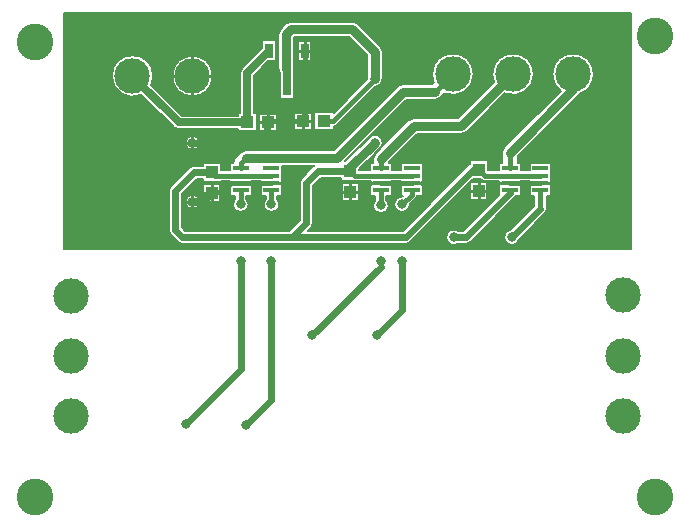
<source format=gbr>
G04 DesignSpark PCB Gerber Version 9.0 Build 5138 *
G04 #@! TF.Part,Single*
G04 #@! TF.FileFunction,Copper,L1,Top *
G04 #@! TF.FilePolarity,Positive *
%FSLAX35Y35*%
%MOIN*%
G04 #@! TA.AperFunction,SMDPad,CuDef*
%ADD127R,0.02700X0.05000*%
%ADD128R,0.02700X0.17500*%
%ADD132R,0.03937X0.04291*%
G04 #@! TD.AperFunction*
%ADD12C,0.00500*%
%ADD76C,0.01000*%
%ADD25C,0.01500*%
%ADD21C,0.01575*%
%ADD124C,0.02362*%
%ADD23C,0.02520*%
%ADD11C,0.03150*%
G04 #@! TA.AperFunction,ViaPad*
%ADD125C,0.03189*%
G04 #@! TA.AperFunction,ComponentPad*
%ADD129C,0.11811*%
G04 #@! TA.AperFunction,WasherPad*
%ADD126C,0.12205*%
G04 #@! TA.AperFunction,SMDPad,CuDef*
%ADD130R,0.05200X0.01575*%
%ADD131R,0.04291X0.03937*%
X0Y0D02*
D02*
D11*
X81746Y123557D02*
X112061D01*
X134108Y145604*
X144817*
X116392Y120407D02*
X124659Y128675D01*
Y149856D02*
Y158911D01*
X117179Y166392*
X96707*
X95132Y164817*
Y153252*
X126687Y123222D02*
X137652Y134187D01*
X153478*
X170722Y151431*
X169600Y125270D02*
X190722Y146392D01*
Y151431*
D02*
D12*
X21116Y171766D02*
Y93163D01*
X210093*
Y171766*
X21116*
X87037Y162843D02*
X91809D01*
Y155768*
X89135*
X84382Y151015*
Y138394*
X85268*
Y132382*
X78902*
Y133091*
X59307*
G75*
G02X57681Y133763I-2J2298*
G01*
X46861Y144583*
G75*
G02X36909Y150841I-3008J6257*
G01*
G75*
G02X50795I6943*
G01*
G75*
G02X50109Y147832I-6943J0*
G01*
X60257Y137685*
X78902*
Y138394*
X79787*
Y151967*
G75*
G02X80460Y153591I2297*
G01*
X87037Y160168*
Y162843*
X86098Y138197D02*
X92071D01*
Y132579*
X86098*
Y138197*
X61417Y128596D02*
G75*
G02X66287I2435D01*
G01*
G75*
G02X61417I-2435*
G01*
X183780Y151431D02*
G75*
G02X197665I6943D01*
G01*
G75*
G02X192798Y144806I-6943*
G01*
G75*
G02X192567Y144543I-2073J1586*
G01*
X172213Y124188*
Y121858*
X173238*
Y119496*
X176199*
Y121858*
X183474*
Y115846*
X183278*
Y114555*
X183474*
Y110906*
X182055*
Y106608*
G75*
G02X181406Y105039I-2219J0*
G01*
X172899Y96533*
G75*
G02X167697Y97100I-2570J567*
G01*
G75*
G02X169761Y99670I2632*
G01*
X177618Y107527*
Y110906*
X176199*
Y114555*
X176396*
Y115846*
X173041*
Y114555*
X173238*
Y110906*
X171661*
G75*
G02X171169Y110157I-2061J820*
G01*
X156543Y95531*
G75*
G02X154972Y94882I-1569J1569*
G01*
X152454*
G75*
G02X148406Y97100I-1416J2219*
G01*
G75*
G02X152454Y99319I2632*
G01*
X154056*
X165963Y111226*
Y114555*
X166159*
Y115846*
X161211*
G75*
G02X159920Y116381J1825*
G01*
X159907Y116394*
X157326*
X136465Y95531*
G75*
G02X134893Y94882I-1569J1569*
G01*
X60489*
G75*
G02X58917Y95531I-3J2219*
G01*
X56555Y97894*
G75*
G02X55906Y99463I1569J1569*
G01*
Y112455*
G75*
G02X56555Y114024I2219J0*
G01*
X62890Y120358*
G75*
G02X64461Y121008I1569J-1569*
G01*
X67323*
Y121972*
X73335*
Y119496*
X76297*
Y121858*
X77325*
G75*
G02X78088Y123593I2610J-112*
G01*
X79899Y125404*
G75*
G02X81750Y126169I1847J-1847*
G01*
X110979*
X132259Y147449*
G75*
G02X134108Y148217I1849J-1845*
G01*
X143735*
X144248Y148730*
G75*
G02X143701Y151431I6396J2702*
G01*
G75*
G02X157587I6943*
G01*
G75*
G02X147942Y145035I-6943*
G01*
X146666Y143759*
G75*
G02X144817Y142992I-1849J1845*
G01*
X135190*
X114564Y122366*
X114656*
X122585Y130295*
G75*
G02X127291Y128675I2074J-1620*
G01*
G75*
G02X126280Y126601I-2632J0*
G01*
X119398Y119719*
Y119496*
X123049*
Y121858*
X124075*
Y123222*
G75*
G02X124842Y125072I2612*
G01*
X135802Y136032*
G75*
G02X137652Y136799I1849J-1845*
G01*
X152396*
X164327Y148730*
G75*
G02X163780Y151431I6396J2702*
G01*
G75*
G02X177665I6943*
G01*
G75*
G02X168021Y145035I-6943*
G01*
X155328Y132342*
G75*
G02X153478Y131575I-1849J1845*
G01*
X138733*
X129299Y122141*
Y121858*
X130325*
Y119496*
X133285*
Y121858*
X140561*
Y115846*
X140364*
Y114555*
X140561*
Y110906*
X138697*
G75*
G02X138213Y110043I-1774J428*
G01*
X136346Y108175*
G75*
G02X136346Y108124I-2635J-46*
G01*
G75*
G02X131083I-2632*
G01*
G75*
G02X133765Y110756I2632*
G01*
X133915Y110906*
X133285*
Y114555*
X133482*
Y115846*
X130128*
Y114555*
X130325*
Y110906*
X128512*
Y109627*
G75*
G02X129319Y107730I-1825J-1896*
G01*
G75*
G02X124055I-2632*
G01*
G75*
G02X124862Y109627I2632*
G01*
Y110906*
X123049*
Y114555*
X123246*
Y115846*
X117904*
G75*
G02X117171Y116000I0J1825*
G01*
X113386*
Y116929*
X106681*
X104043Y114292*
Y101825*
G75*
G02X103394Y100256I-2219J0*
G01*
X102456Y99319*
X133977*
X155803Y121146*
G75*
G02X156299Y121519I1568J-1570*
G01*
Y122760*
X162311*
Y119496*
X165963*
Y121858*
X166988*
Y125270*
G75*
G02X167756Y127119I2612*
G01*
X186532Y145895*
G75*
G02X183780Y151431I4191J5536*
G01*
X113583Y115169D02*
X119201D01*
Y109197*
X113583*
Y115169*
X156496Y115563D02*
X162114D01*
Y109591*
X156496*
Y115563*
X57106Y150841D02*
G75*
G02X70598I6746D01*
G01*
G75*
G02X57106I-6746*
G01*
X127272Y150178D02*
G75*
G02X124609Y147225I-2612J-321D01*
G01*
X111875Y134491*
G75*
G02X110870Y133979I-1291J1290*
G01*
Y132776*
X104504*
Y138787*
X110870*
Y138648*
X122028Y149806*
G75*
G02X122028Y149856I2635J46*
G01*
G75*
G02X122047Y150178I2631*
G01*
Y157830*
X116097Y163780*
X97789*
X97744Y163735*
Y154050*
G75*
G02X97715Y151991I-2416J-995*
G01*
Y143268*
X92943*
Y151826*
G75*
G02X92520Y153252I2189J1426*
G01*
Y164813*
G75*
G02Y164816I1172J2*
G01*
G75*
G02Y164817I1354J1*
G01*
G75*
G02X93285Y166664I2612J0*
G01*
X94859Y168239*
G75*
G02X96711Y169004I1847J-1847*
G01*
X117179*
G75*
G02X119028Y168237J-2612*
G01*
X126504Y160761*
G75*
G02X127272Y158911I-1845J-1849*
G01*
Y150178*
X99045Y162646D02*
X103423D01*
Y155965*
X99045*
Y162646*
X97701Y138591D02*
X103673D01*
Y132972*
X97701*
Y138591*
X21366Y112183D02*
G36*
Y93413D01*
X209843*
Y112183*
X183474*
Y110906*
X182055*
Y106608*
G75*
G02X181406Y105039I-2219*
G01*
X172899Y96533*
G75*
G02X167697Y97100I-2570J568*
G01*
Y97101*
G75*
G02X169761Y99670I2631*
G01*
X177618Y107527*
Y110906*
X176199*
Y112183*
X173238*
Y110906*
X171661*
G75*
G02X171169Y110157I-2057J817*
G01*
X156543Y95531*
G75*
G02X154972Y94882I-1568J1568*
G01*
X152454*
G75*
G02X148406Y97100I-1416J2219*
G01*
G75*
G02X152454Y99319I2632*
G01*
X154056*
X165963Y111226*
Y112183*
X162114*
Y109591*
X156496*
Y112183*
X153116*
X136465Y95531*
G75*
G02X134893Y94882I-1568J1568*
G01*
X60489*
G75*
G02X58917Y95531I-4J2218*
G01*
X56555Y97894*
G75*
G02X55906Y99463I1570J1569*
G01*
Y112183*
X21366*
G37*
X103394Y100256D02*
G36*
X102456Y99319D01*
X133977*
X146841Y112183*
X140561*
Y110906*
X138697*
G75*
G02X138213Y110043I-1773J427*
G01*
X136346Y108175*
G75*
G02X136346Y108137I-1617J-36*
G01*
G75*
G02Y108124I-1650J-6*
G01*
G75*
G02X131083I-2632*
G01*
G75*
G02X133765Y110756I2632J0*
G01*
X133915Y110906*
X133285*
Y112183*
X130325*
Y110906*
X128512*
Y109627*
G75*
G02X129319Y107730I-1824J-1896*
G01*
G75*
G02X124055I-2632*
G01*
G75*
G02X124862Y109627I2631*
G01*
Y110906*
X123049*
Y112183*
X119201*
Y109197*
X113583*
Y112183*
X104043*
Y101825*
G75*
G02X103394Y100256I-2219*
G01*
G37*
X21366Y128596D02*
G36*
Y112183D01*
X55906*
Y112455*
G75*
G02X56555Y114024I2219*
G01*
X62890Y120358*
G75*
G02X64461Y121008I1568J-1568*
G01*
X67323*
Y121972*
X73335*
Y119496*
X76297*
Y121858*
X77325*
G75*
G02X78088Y123593I2612J-113*
G01*
X79899Y125404*
G75*
G02X81750Y126169I1848J-1849*
G01*
X110979*
X113406Y128596*
X66287*
G75*
G02X61417I-2435*
G01*
X21366*
G37*
X104043Y114292D02*
G36*
Y112183D01*
X113583*
Y115169*
X119201*
Y112183*
X123049*
Y114555*
X123246*
Y115846*
X117904*
G75*
G02X117171Y116000I-2J1818*
G01*
X113386*
Y116929*
X106681*
X104043Y114292*
G37*
X114564Y122366D02*
G36*
X114656D01*
X120886Y128596*
X120794*
X114564Y122366*
G37*
X119398Y119719D02*
G36*
Y119496D01*
X123049*
Y121858*
X124075*
Y123222*
G75*
G02X124842Y125072I2613J0*
G01*
X128367Y128596*
X127290*
G75*
G02X126280Y126601I-2632J79*
G01*
X119398Y119719*
G37*
X129299Y122141D02*
G36*
Y121858D01*
X130325*
Y119496*
X133285*
Y121858*
X140561*
Y115846*
X140364*
Y114555*
X140561*
Y112183*
X146841*
X155803Y121146*
G75*
G02X156299Y121519I1567J-1569*
G01*
Y122760*
X162311*
Y119496*
X165963*
Y121858*
X166988*
Y125270*
G75*
G02X167756Y127119I2613J0*
G01*
X169233Y128596*
X135755*
X129299Y122141*
G37*
X130128Y115846D02*
G36*
Y114555D01*
X130325*
Y112183*
X133285*
Y114555*
X133482*
Y115846*
X130128*
G37*
X153116Y112183D02*
G36*
X156496D01*
Y115563*
X162114*
Y112183*
X165963*
Y114555*
X166159*
Y115846*
X161211*
G75*
G02X159920Y116381J1825*
G01*
X159907Y116394*
X157326*
X153116Y112183*
G37*
X172213Y124188D02*
G36*
Y121858D01*
X173238*
Y119496*
X176199*
Y121858*
X183474*
Y115846*
X183278*
Y114555*
X183474*
Y112183*
X209843*
Y128596*
X176621*
X172213Y124188*
G37*
X173041Y115846D02*
G36*
Y114555D01*
X173238*
Y112183*
X176199*
Y114555*
X176396*
Y115846*
X173041*
G37*
X21366Y135388D02*
G36*
Y128596D01*
X61417*
G75*
G02X66287I2435*
G01*
X113406*
X120198Y135388*
X112771*
X111875Y134491*
G75*
G02X110870Y133979I-1289J1287*
G01*
Y132776*
X104504*
Y135388*
X103673*
Y132972*
X97701*
Y135388*
X92071*
Y132579*
X86098*
Y135388*
X85268*
Y132382*
X78902*
Y133091*
X59307*
G75*
G02X57681Y133763I-2J2298*
G01*
X56056Y135388*
X21366*
G37*
X120794Y128596D02*
G36*
X120886D01*
X122585Y130295*
G75*
G02X127291Y128675I2074J-1620*
G01*
G75*
G02X127290Y128596I-2634*
G01*
X128367*
X135158Y135388*
X127586*
X120794Y128596*
G37*
X138733Y131575D02*
G36*
X135755Y128596D01*
X169233*
X176024Y135388*
X158373*
X155328Y132342*
G75*
G02X153478Y131575I-1850J1846*
G01*
X138733*
G37*
X183413Y135388D02*
G36*
X176621Y128596D01*
X209843*
Y135388*
X183413*
G37*
X21366Y147612D02*
G36*
Y135388D01*
X56056*
X46861Y144583*
G75*
G02X37706Y147612I-3009J6257*
G01*
X21366*
G37*
X57929D02*
G36*
X50330D01*
X60257Y137685*
X78902*
Y138394*
X79787*
Y147612*
X69776*
G75*
G02X57929I-5924J3228*
G01*
G37*
X84382D02*
G36*
Y138394D01*
X85268*
Y135388*
X86098*
Y138197*
X92071*
Y135388*
X97701*
Y138591*
X103673*
Y135388*
X104504*
Y138787*
X110870*
Y138648*
X119835Y147612*
X97715*
Y143268*
X92943*
Y147612*
X84382*
G37*
X112771Y135388D02*
G36*
X120198D01*
X132259Y147449*
G75*
G02X132437Y147612I1850J-1845*
G01*
X126034*
G75*
G02X124609Y147225I-1375J2244*
G01*
X112771Y135388*
G37*
X127586D02*
G36*
X135158D01*
X135802Y136032*
G75*
G02X137652Y136799I1850J-1846*
G01*
X152396*
X163209Y147612*
X156442*
G75*
G02X147942Y145035I-5798J3819*
G01*
X146666Y143759*
G75*
G02X144817Y142992I-1850J1846*
G01*
X135190*
X127586Y135388*
G37*
X168021Y145035D02*
G36*
X158373Y135388D01*
X176024*
X186532Y145895*
G75*
G02X184924Y147612I4190J5535*
G01*
X176520*
G75*
G02X168021Y145035I-5798J3819*
G01*
G37*
X192567Y144543D02*
G36*
X183413Y135388D01*
X209843*
Y147612*
X196521*
G75*
G02X192798Y144806I-5799J3819*
G01*
G75*
G02X192567Y144543I-2078J1591*
G01*
G37*
X21366Y159305D02*
G36*
Y147612D01*
X37706*
G75*
G02X36909Y150841I6147J3228*
G01*
G75*
G02X50795I6943*
G01*
G75*
G02X50109Y147832I-6942J0*
G01*
X50330Y147612*
X57929*
G75*
G02X57106Y150841I5924J3228*
G01*
G75*
G02X70598I6746*
G01*
G75*
G02X69776Y147612I-6746J0*
G01*
X79787*
Y151967*
Y151967*
G75*
G02X80460Y153591I2296*
G01*
X86174Y159305*
X21366*
G37*
X84382Y151015D02*
G36*
Y147612D01*
X92943*
Y151826*
G75*
G02X92520Y153250I2184J1424*
G01*
G75*
G02Y153252I3007J1*
G01*
Y159305*
X91809*
Y155768*
X89135*
X84382Y151015*
G37*
X97715Y151991D02*
G36*
Y147612D01*
X119835*
X122028Y149806*
G75*
G02X122028Y149844I1634J36*
G01*
G75*
G02Y149856I1600J6*
G01*
G75*
G02X122047Y150178I2735J-6*
G01*
Y157830*
X120572Y159305*
X103423*
Y155965*
X99045*
Y159305*
X97744*
Y154050*
G75*
G02X97941Y153055I-2417J-995*
G01*
G75*
G02X97715Y151991I-2614J0*
G01*
G37*
X127272Y158911D02*
G36*
Y150178D01*
G75*
G02X127291Y149857I-2612J-321*
G01*
G75*
G02X126034Y147612I-2632*
G01*
X132437*
G75*
G02X134108Y148217I1671J-2009*
G01*
X143735*
X144248Y148730*
G75*
G02X143701Y151431I6393J2701*
G01*
Y151431*
G75*
G02X157587I6943*
G01*
G75*
G02X156442Y147612I-6943J0*
G01*
X163209*
X164327Y148730*
G75*
G02X163780Y151431I6393J2701*
G01*
Y151431*
G75*
G02X177665I6943*
G01*
G75*
G02X176520Y147612I-6943J0*
G01*
X184924*
G75*
G02X183780Y151430I5797J3819*
G01*
G75*
G02Y151431I9023J0*
G01*
G75*
G02X197665I6943*
G01*
G75*
G02X196521Y147612I-6943*
G01*
X209843*
Y159305*
X127242*
G75*
G02X127272Y158911I-2583J-394*
G01*
G37*
X21366Y171516D02*
G36*
Y159305D01*
X86174*
X87037Y160168*
Y162843*
X91809*
Y159305*
X92520*
Y164813*
Y164816*
Y164817*
G75*
G02X93285Y166664I2613J0*
G01*
X94859Y168239*
G75*
G02X96711Y169004I1848J-1849*
G01*
X117179*
G75*
G02X119028Y168237I0J-2613*
G01*
X126504Y160761*
G75*
G02X127242Y159305I-1846J-1850*
G01*
X209843*
Y171516*
X21366*
G37*
X97744Y163735D02*
G36*
Y159305D01*
X99045*
Y162646*
X103423*
Y159305*
X120572*
X116097Y163780*
X97789*
X97744Y163735*
G37*
X81760Y110906D02*
Y110020D01*
G75*
G02X82567Y108124I-1825J-1896*
G01*
G75*
G02X77303I-2632*
G01*
G75*
G02X78110Y110020I2632*
G01*
Y110906*
X76297*
Y114555*
X76494*
Y115846*
X73335*
Y115606*
X67323*
Y116571*
X65378*
X60343Y111536*
Y100381*
X61405Y99319*
X96181*
X99606Y102744*
Y115211*
G75*
G02X100256Y116780I2219J0*
G01*
X104193Y120717*
G75*
G02X104461Y120945I1568J-1569*
G01*
X93809*
Y115846*
X93612*
Y114555*
X93809*
Y110906*
X91996*
Y110020*
G75*
G02X92803Y108124I-1825J-1896*
G01*
G75*
G02X87539I-2632*
G01*
G75*
G02X88346Y110020I2632*
G01*
Y110906*
X86533*
Y114555*
X86730*
Y115846*
X83376*
Y114555*
X83573*
Y110906*
X81760*
X67520Y114776D02*
X73138D01*
Y108803*
X67520*
Y114776*
X61417Y108911D02*
G75*
G02X66287I2435D01*
G01*
G75*
G02X61417I-2435*
G01*
X60593D02*
G36*
Y100131D01*
X61155Y99569*
X96431*
X99606Y102744*
Y108911*
X92683*
G75*
G02X92803Y108124I-2511J-787*
G01*
G75*
G02X87539I-2632*
G01*
G75*
G02X87660Y108911I2632J0*
G01*
X82446*
G75*
G02X82567Y108124I-2511J-787*
G01*
G75*
G02X77303I-2632*
G01*
G75*
G02X77424Y108911I2632J0*
G01*
X73138*
Y108803*
X67520*
Y108911*
X66287*
G75*
G02X61417I-2435*
G01*
X60593*
G37*
Y111786D02*
G36*
Y108911D01*
X61417*
G75*
G02X66287I2435*
G01*
X67520*
Y111789*
X60596*
X60593Y111786*
G37*
X73138Y111789D02*
G36*
Y108911D01*
X77424*
G75*
G02X78110Y110020I2511J-787*
G01*
Y110906*
X76297*
Y111789*
X73138*
G37*
X81760Y110906D02*
G36*
Y110020D01*
G75*
G02X82446Y108911I-1824J-1896*
G01*
X87660*
G75*
G02X88346Y110020I2511J-787*
G01*
Y110906*
X86533*
Y111789*
X83573*
Y110906*
X81760*
G37*
X91996D02*
G36*
Y110020D01*
G75*
G02X92683Y108911I-1824J-1896*
G01*
X99606*
Y111789*
X93809*
Y110906*
X91996*
G37*
X65378Y116571D02*
G36*
X60596Y111789D01*
X67520*
Y114776*
X73138*
Y111789*
X76297*
Y114555*
X76494*
Y115846*
X73335*
Y115606*
X67323*
Y116571*
X65378*
G37*
X83376Y115846D02*
G36*
Y114555D01*
X83573*
Y111789*
X86533*
Y114555*
X86730*
Y115846*
X83376*
G37*
X93612D02*
G36*
Y114555D01*
X93809*
Y111789*
X99606*
Y115211*
G75*
G02X100256Y116780I2219*
G01*
X104171Y120695*
X93809*
Y115846*
X93612*
G37*
D02*
D21*
X79935Y112730D02*
Y108124D01*
Y115211D02*
X90171D01*
X79935D02*
X76549D01*
X73478Y112140*
X70679*
X70329Y111789*
X79935Y117671D02*
X90171D01*
X79935D02*
X71447D01*
X70329Y118789*
X88833Y135136D02*
X89085Y135388D01*
X90171Y112730D02*
Y108124D01*
X95132Y153252D02*
X95329Y153055D01*
X100687Y135781D02*
X89478D01*
X89085Y135388*
X101234Y159305D02*
Y136329D01*
X100687Y135781*
X107687D02*
X110585D01*
X124659Y149856*
X116356Y119148D02*
X116392Y119183D01*
Y120407*
X116435Y112140D02*
X116392Y112183D01*
X126687Y89226D02*
Y87317D01*
Y112730D02*
Y107730D01*
Y115211D02*
X136923D01*
X126687Y117671D02*
X117904D01*
X116392Y119183*
X126687Y117671D02*
X136923D01*
Y112730D02*
Y111333D01*
X133715Y108124*
X169600Y112730D02*
Y111726D01*
Y115211D02*
X179837D01*
X169600Y117671D02*
X179837D01*
X169600D02*
X161211D01*
X159305Y119577*
X179837Y112730D02*
Y106608D01*
D02*
D23*
X63852Y108911D02*
X67451D01*
X70329Y111789*
X82085Y135388D02*
X59305D01*
X43852Y150841*
X82085Y135388D02*
Y151967D01*
X89423Y159305*
D02*
D25*
X79935Y120033D02*
Y121746D01*
X81746Y123557*
X126687Y120033D02*
Y123222D01*
X144817Y145604D02*
X150644Y151431D01*
X169600Y120033D02*
Y125270D01*
D02*
D76*
X58447Y150841D02*
X56856D01*
X62758Y108911D02*
X61167D01*
X62758Y128596D02*
X61167D01*
X63852Y107817D02*
Y106226D01*
Y110006D02*
Y111596D01*
Y127502D02*
Y125911D01*
Y129691D02*
Y131281D01*
Y145435D02*
Y143844D01*
Y156246D02*
Y157837D01*
X64947Y108911D02*
X66537D01*
X64947Y128596D02*
X66537D01*
X68860Y111789D02*
X67270D01*
X69258Y150841D02*
X70848D01*
X70329Y110144D02*
Y108553D01*
Y113435D02*
Y115026D01*
X71797Y111789D02*
X73388D01*
X77835Y115211D02*
X76246D01*
X82035D02*
X83624D01*
X87439Y135388D02*
X85848D01*
X88071Y115211D02*
X86482D01*
X89085Y133919D02*
Y132329D01*
Y136856D02*
Y138447D01*
X90730Y135388D02*
X92321D01*
X92271Y115211D02*
X93860D01*
X99041Y135781D02*
X97451D01*
X100384Y159305D02*
X98793D01*
X100687Y134313D02*
Y132722D01*
Y137250D02*
Y138841D01*
X101234Y157305D02*
Y155715D01*
Y161305D02*
Y162896D01*
X102084Y159305D02*
X103675D01*
X102333Y135781D02*
X103923D01*
X114923Y112183D02*
X113333D01*
X116392Y110537D02*
Y108947D01*
Y113829D02*
Y115419D01*
X117860Y112183D02*
X119451D01*
X124587Y115211D02*
X122998D01*
X128787D02*
X130376D01*
X134823D02*
X133234D01*
X139023D02*
X140612D01*
X157837Y112577D02*
X156246D01*
X159305Y110931D02*
Y109341D01*
Y114222D02*
Y115813D01*
X160774Y112577D02*
X162364D01*
X167500Y115211D02*
X165911D01*
X171700D02*
X173289D01*
X177737D02*
X176148D01*
X181937D02*
X183526D01*
D02*
D124*
X63852Y128596D02*
X87652D01*
X88833Y129778*
Y135136*
X70329Y118789D02*
X64459D01*
X58124Y112455*
Y99463*
X60486Y97100*
X97100*
X79935Y89226D02*
Y53163D01*
X61667Y34896*
X90171Y89226D02*
Y42927D01*
X81746Y34502*
X97100Y97100D02*
X101825Y101825D01*
Y115211*
X105762Y119148*
X116356*
X126687Y87317D02*
X103793Y64423D01*
X133715Y89226D02*
Y72691D01*
X125447Y64423*
X159305Y119577D02*
X157372D01*
X134896Y97100*
X97100*
X169600Y111726D02*
X154974Y97100D01*
X151037*
X179837Y106608D02*
X170329Y97100D01*
D02*
D125*
X61667Y34896D03*
X63852Y108911D03*
Y128596D03*
X79935Y89226D03*
Y108124D03*
X81746Y34502D03*
X90171Y89226D03*
Y108124D03*
X103793Y64423D03*
X124659Y128675D03*
Y149856D03*
X125447Y64423D03*
X126687Y89226D03*
Y107730D03*
X133715Y89226D03*
Y108124D03*
X151037Y97100D03*
X170329D03*
D02*
D126*
X11274Y10486D03*
Y162061D03*
X217967Y10486D03*
Y164030D03*
D02*
D127*
X89423Y159305D03*
X101234D03*
D02*
D128*
X95329Y153055D03*
D02*
D129*
X23478Y37455D03*
Y57455D03*
Y77533D03*
X43852Y150841D03*
X63852D03*
X150644Y151431D03*
X170722D03*
X190722D03*
X207238Y37652D03*
Y57652D03*
Y77730D03*
D02*
D130*
X79935Y112730D03*
Y115211D03*
Y117671D03*
Y120033D03*
X90171Y112730D03*
Y115211D03*
Y117671D03*
Y120033D03*
X126687Y112730D03*
Y115211D03*
Y117671D03*
Y120033D03*
X136923Y112730D03*
Y115211D03*
Y117671D03*
Y120033D03*
X169600Y112730D03*
Y115211D03*
Y117671D03*
Y120033D03*
X179837Y112730D03*
Y115211D03*
Y117671D03*
Y120033D03*
D02*
D131*
X82085Y135388D03*
X89085D03*
X100687Y135781D03*
X107687D03*
D02*
D132*
X70329Y111789D03*
Y118789D03*
X116392Y112183D03*
Y119183D03*
X159305Y112577D03*
Y119577D03*
X0Y0D02*
M02*

</source>
